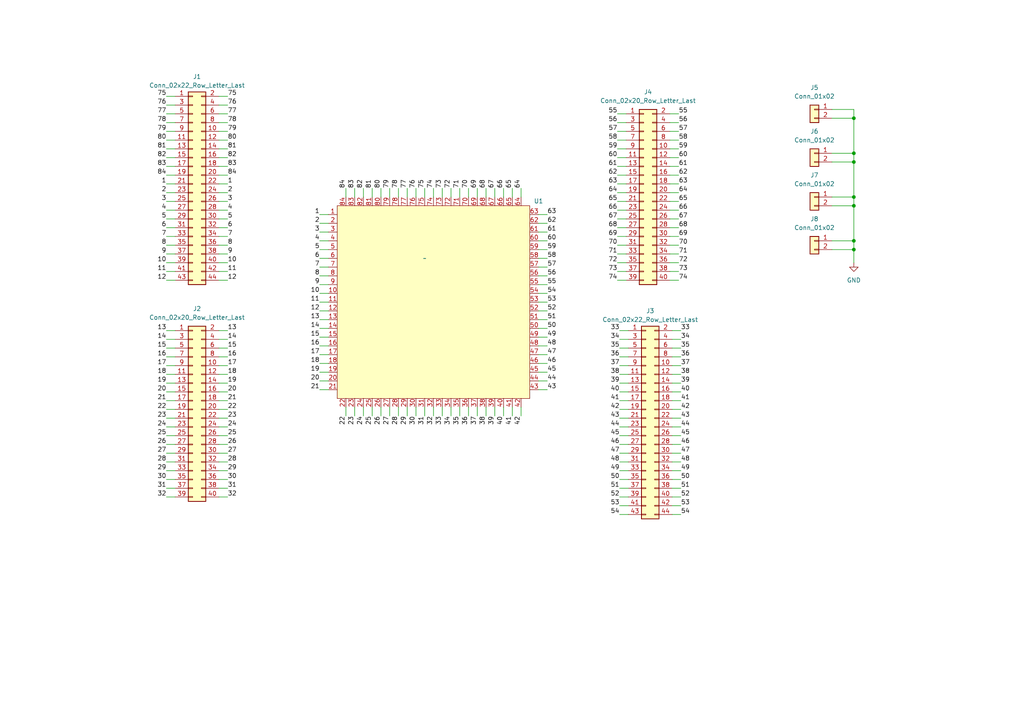
<source format=kicad_sch>
(kicad_sch (version 20230121) (generator eeschema)
  (paper "A4")
  (lib_symbols
    (symbol "Connector_Generic:Conn_01x02" (pin_names (offset 1.016) hide)
      (property "Reference" "J" (at 0 2.54 0))
      (property "Value" "Conn_01x02" (at 0 -5.08 0))
      (symbol "Conn_01x02_1_1"
        (rectangle (start -1.27 -2.413) (end 0 -2.667) (stroke (width 0.1524)))
        (rectangle (start -1.27 0.127) (end 0 -0.127) (stroke (width 0.1524)))
        (rectangle (start -1.27 1.27) (end 1.27 -3.81) (stroke (width 0.254)) (fill (type background)))
        (pin passive line (at -5.08 0 0) (length 3.81) (name "Pin_1") (number "1"))
        (pin passive line (at -5.08 -2.54 0) (length 3.81) (name "Pin_2") (number "2"))
      )
    )
    (symbol "Connector_Generic:Conn_02x20_Odd_Even" (pin_names (offset 1.016) hide)
      (property "Reference" "J" (at 1.27 25.4 0))
      (property "Value" "Conn_02x20_Odd_Even" (at 1.27 -27.94 0))
      (symbol "Conn_02x20_Odd_Even_1_1"
        (rectangle (start -1.27 -25.273) (end 0 -25.527) (stroke (width 0.1524)))
        (rectangle (start -1.27 -22.733) (end 0 -22.987) (stroke (width 0.1524)))
        (rectangle (start -1.27 -20.193) (end 0 -20.447) (stroke (width 0.1524)))
        (rectangle (start -1.27 -17.653) (end 0 -17.907) (stroke (width 0.1524)))
        (rectangle (start -1.27 -15.113) (end 0 -15.367) (stroke (width 0.1524)))
        (rectangle (start -1.27 -12.573) (end 0 -12.827) (stroke (width 0.1524)))
        (rectangle (start -1.27 -10.033) (end 0 -10.287) (stroke (width 0.1524)))
        (rectangle (start -1.27 -7.493) (end 0 -7.747) (stroke (width 0.1524)))
        (rectangle (start -1.27 -4.953) (end 0 -5.207) (stroke (width 0.1524)))
        (rectangle (start -1.27 -2.413) (end 0 -2.667) (stroke (width 0.1524)))
        (rectangle (start -1.27 0.127) (end 0 -0.127) (stroke (width 0.1524)))
        (rectangle (start -1.27 2.667) (end 0 2.413) (stroke (width 0.1524)))
        (rectangle (start -1.27 5.207) (end 0 4.953) (stroke (width 0.1524)))
        (rectangle (start -1.27 7.747) (end 0 7.493) (stroke (width 0.1524)))
        (rectangle (start -1.27 10.287) (end 0 10.033) (stroke (width 0.1524)))
        (rectangle (start -1.27 12.827) (end 0 12.573) (stroke (width 0.1524)))
        (rectangle (start -1.27 15.367) (end 0 15.113) (stroke (width 0.1524)))
        (rectangle (start -1.27 17.907) (end 0 17.653) (stroke (width 0.1524)))
        (rectangle (start -1.27 20.447) (end 0 20.193) (stroke (width 0.1524)))
        (rectangle (start -1.27 22.987) (end 0 22.733) (stroke (width 0.1524)))
        (rectangle (start -1.27 24.13) (end 3.81 -26.67) (stroke (width 0.254)) (fill (type background)))
        (rectangle (start 3.81 -25.273) (end 2.54 -25.527) (stroke (width 0.1524)))
        (rectangle (start 3.81 -22.733) (end 2.54 -22.987) (stroke (width 0.1524)))
        (rectangle (start 3.81 -20.193) (end 2.54 -20.447) (stroke (width 0.1524)))
        (rectangle (start 3.81 -17.653) (end 2.54 -17.907) (stroke (width 0.1524)))
        (rectangle (start 3.81 -15.113) (end 2.54 -15.367) (stroke (width 0.1524)))
        (rectangle (start 3.81 -12.573) (end 2.54 -12.827) (stroke (width 0.1524)))
        (rectangle (start 3.81 -10.033) (end 2.54 -10.287) (stroke (width 0.1524)))
        (rectangle (start 3.81 -7.493) (end 2.54 -7.747) (stroke (width 0.1524)))
        (rectangle (start 3.81 -4.953) (end 2.54 -5.207) (stroke (width 0.1524)))
        (rectangle (start 3.81 -2.413) (end 2.54 -2.667) (stroke (width 0.1524)))
        (rectangle (start 3.81 0.127) (end 2.54 -0.127) (stroke (width 0.1524)))
        (rectangle (start 3.81 2.667) (end 2.54 2.413) (stroke (width 0.1524)))
        (rectangle (start 3.81 5.207) (end 2.54 4.953) (stroke (width 0.1524)))
        (rectangle (start 3.81 7.747) (end 2.54 7.493) (stroke (width 0.1524)))
        (rectangle (start 3.81 10.287) (end 2.54 10.033) (stroke (width 0.1524)))
        (rectangle (start 3.81 12.827) (end 2.54 12.573) (stroke (width 0.1524)))
        (rectangle (start 3.81 15.367) (end 2.54 15.113) (stroke (width 0.1524)))
        (rectangle (start 3.81 17.907) (end 2.54 17.653) (stroke (width 0.1524)))
        (rectangle (start 3.81 20.447) (end 2.54 20.193) (stroke (width 0.1524)))
        (rectangle (start 3.81 22.987) (end 2.54 22.733) (stroke (width 0.1524)))
        (pin passive line (at -5.08 22.86 0) (length 3.81) (name "Pin_1") (number "1"))
        (pin passive line (at 7.62 12.7 180) (length 3.81) (name "Pin_10") (number "10"))
        (pin passive line (at -5.08 10.16 0) (length 3.81) (name "Pin_11") (number "11"))
        (pin passive line (at 7.62 10.16 180) (length 3.81) (name "Pin_12") (number "12"))
        (pin passive line (at -5.08 7.62 0) (length 3.81) (name "Pin_13") (number "13"))
        (pin passive line (at 7.62 7.62 180) (length 3.81) (name "Pin_14") (number "14"))
        (pin passive line (at -5.08 5.08 0) (length 3.81) (name "Pin_15") (number "15"))
        (pin passive line (at 7.62 5.08 180) (length 3.81) (name "Pin_16") (number "16"))
        (pin passive line (at -5.08 2.54 0) (length 3.81) (name "Pin_17") (number "17"))
        (pin passive line (at 7.62 2.54 180) (length 3.81) (name "Pin_18") (number "18"))
        (pin passive line (at -5.08 0 0) (length 3.81) (name "Pin_19") (number "19"))
        (pin passive line (at 7.62 22.86 180) (length 3.81) (name "Pin_2") (number "2"))
        (pin passive line (at 7.62 0 180) (length 3.81) (name "Pin_20") (number "20"))
        (pin passive line (at -5.08 -2.54 0) (length 3.81) (name "Pin_21") (number "21"))
        (pin passive line (at 7.62 -2.54 180) (length 3.81) (name "Pin_22") (number "22"))
        (pin passive line (at -5.08 -5.08 0) (length 3.81) (name "Pin_23") (number "23"))
        (pin passive line (at 7.62 -5.08 180) (length 3.81) (name "Pin_24") (number "24"))
        (pin passive line (at -5.08 -7.62 0) (length 3.81) (name "Pin_25") (number "25"))
        (pin passive line (at 7.62 -7.62 180) (length 3.81) (name "Pin_26") (number "26"))
        (pin passive line (at -5.08 -10.16 0) (length 3.81) (name "Pin_27") (number "27"))
        (pin passive line (at 7.62 -10.16 180) (length 3.81) (name "Pin_28") (number "28"))
        (pin passive line (at -5.08 -12.7 0) (length 3.81) (name "Pin_29") (number "29"))
        (pin passive line (at -5.08 20.32 0) (length 3.81) (name "Pin_3") (number "3"))
        (pin passive line (at 7.62 -12.7 180) (length 3.81) (name "Pin_30") (number "30"))
        (pin passive line (at -5.08 -15.24 0) (length 3.81) (name "Pin_31") (number "31"))
        (pin passive line (at 7.62 -15.24 180) (length 3.81) (name "Pin_32") (number "32"))
        (pin passive line (at -5.08 -17.78 0) (length 3.81) (name "Pin_33") (number "33"))
        (pin passive line (at 7.62 -17.78 180) (length 3.81) (name "Pin_34") (number "34"))
        (pin passive line (at -5.08 -20.32 0) (length 3.81) (name "Pin_35") (number "35"))
        (pin passive line (at 7.62 -20.32 180) (length 3.81) (name "Pin_36") (number "36"))
        (pin passive line (at -5.08 -22.86 0) (length 3.81) (name "Pin_37") (number "37"))
        (pin passive line (at 7.62 -22.86 180) (length 3.81) (name "Pin_38") (number "38"))
        (pin passive line (at -5.08 -25.4 0) (length 3.81) (name "Pin_39") (number "39"))
        (pin passive line (at 7.62 20.32 180) (length 3.81) (name "Pin_4") (number "4"))
        (pin passive line (at 7.62 -25.4 180) (length 3.81) (name "Pin_40") (number "40"))
        (pin passive line (at -5.08 17.78 0) (length 3.81) (name "Pin_5") (number "5"))
        (pin passive line (at 7.62 17.78 180) (length 3.81) (name "Pin_6") (number "6"))
        (pin passive line (at -5.08 15.24 0) (length 3.81) (name "Pin_7") (number "7"))
        (pin passive line (at 7.62 15.24 180) (length 3.81) (name "Pin_8") (number "8"))
        (pin passive line (at -5.08 12.7 0) (length 3.81) (name "Pin_9") (number "9"))
      )
    )
    (symbol "Connector_Generic:Conn_02x22_Odd_Even" (pin_names (offset 1.016) hide)
      (property "Reference" "J" (at 1.27 27.94 0))
      (property "Value" "Conn_02x22_Odd_Even" (at 1.27 -30.48 0))
      (symbol "Conn_02x22_Odd_Even_1_1"
        (rectangle (start -1.27 -27.813) (end 0 -28.067) (stroke (width 0.1524)))
        (rectangle (start -1.27 -25.273) (end 0 -25.527) (stroke (width 0.1524)))
        (rectangle (start -1.27 -22.733) (end 0 -22.987) (stroke (width 0.1524)))
        (rectangle (start -1.27 -20.193) (end 0 -20.447) (stroke (width 0.1524)))
        (rectangle (start -1.27 -17.653) (end 0 -17.907) (stroke (width 0.1524)))
        (rectangle (start -1.27 -15.113) (end 0 -15.367) (stroke (width 0.1524)))
        (rectangle (start -1.27 -12.573) (end 0 -12.827) (stroke (width 0.1524)))
        (rectangle (start -1.27 -10.033) (end 0 -10.287) (stroke (width 0.1524)))
        (rectangle (start -1.27 -7.493) (end 0 -7.747) (stroke (width 0.1524)))
        (rectangle (start -1.27 -4.953) (end 0 -5.207) (stroke (width 0.1524)))
        (rectangle (start -1.27 -2.413) (end 0 -2.667) (stroke (width 0.1524)))
        (rectangle (start -1.27 0.127) (end 0 -0.127) (stroke (width 0.1524)))
        (rectangle (start -1.27 2.667) (end 0 2.413) (stroke (width 0.1524)))
        (rectangle (start -1.27 5.207) (end 0 4.953) (stroke (width 0.1524)))
        (rectangle (start -1.27 7.747) (end 0 7.493) (stroke (width 0.1524)))
        (rectangle (start -1.27 10.287) (end 0 10.033) (stroke (width 0.1524)))
        (rectangle (start -1.27 12.827) (end 0 12.573) (stroke (width 0.1524)))
        (rectangle (start -1.27 15.367) (end 0 15.113) (stroke (width 0.1524)))
        (rectangle (start -1.27 17.907) (end 0 17.653) (stroke (width 0.1524)))
        (rectangle (start -1.27 20.447) (end 0 20.193) (stroke (width 0.1524)))
        (rectangle (start -1.27 22.987) (end 0 22.733) (stroke (width 0.1524)))
        (rectangle (start -1.27 25.527) (end 0 25.273) (stroke (width 0.1524)))
        (rectangle (start -1.27 26.67) (end 3.81 -29.21) (stroke (width 0.254)) (fill (type background)))
        (rectangle (start 3.81 -27.813) (end 2.54 -28.067) (stroke (width 0.1524)))
        (rectangle (start 3.81 -25.273) (end 2.54 -25.527) (stroke (width 0.1524)))
        (rectangle (start 3.81 -22.733) (end 2.54 -22.987) (stroke (width 0.1524)))
        (rectangle (start 3.81 -20.193) (end 2.54 -20.447) (stroke (width 0.1524)))
        (rectangle (start 3.81 -17.653) (end 2.54 -17.907) (stroke (width 0.1524)))
        (rectangle (start 3.81 -15.113) (end 2.54 -15.367) (stroke (width 0.1524)))
        (rectangle (start 3.81 -12.573) (end 2.54 -12.827) (stroke (width 0.1524)))
        (rectangle (start 3.81 -10.033) (end 2.54 -10.287) (stroke (width 0.1524)))
        (rectangle (start 3.81 -7.493) (end 2.54 -7.747) (stroke (width 0.1524)))
        (rectangle (start 3.81 -4.953) (end 2.54 -5.207) (stroke (width 0.1524)))
        (rectangle (start 3.81 -2.413) (end 2.54 -2.667) (stroke (width 0.1524)))
        (rectangle (start 3.81 0.127) (end 2.54 -0.127) (stroke (width 0.1524)))
        (rectangle (start 3.81 2.667) (end 2.54 2.413) (stroke (width 0.1524)))
        (rectangle (start 3.81 5.207) (end 2.54 4.953) (stroke (width 0.1524)))
        (rectangle (start 3.81 7.747) (end 2.54 7.493) (stroke (width 0.1524)))
        (rectangle (start 3.81 10.287) (end 2.54 10.033) (stroke (width 0.1524)))
        (rectangle (start 3.81 12.827) (end 2.54 12.573) (stroke (width 0.1524)))
        (rectangle (start 3.81 15.367) (end 2.54 15.113) (stroke (width 0.1524)))
        (rectangle (start 3.81 17.907) (end 2.54 17.653) (stroke (width 0.1524)))
        (rectangle (start 3.81 20.447) (end 2.54 20.193) (stroke (width 0.1524)))
        (rectangle (start 3.81 22.987) (end 2.54 22.733) (stroke (width 0.1524)))
        (rectangle (start 3.81 25.527) (end 2.54 25.273) (stroke (width 0.1524)))
        (pin passive line (at -5.08 25.4 0) (length 3.81) (name "Pin_1") (number "1"))
        (pin passive line (at 7.62 15.24 180) (length 3.81) (name "Pin_10") (number "10"))
        (pin passive line (at -5.08 12.7 0) (length 3.81) (name "Pin_11") (number "11"))
        (pin passive line (at 7.62 12.7 180) (length 3.81) (name "Pin_12") (number "12"))
        (pin passive line (at -5.08 10.16 0) (length 3.81) (name "Pin_13") (number "13"))
        (pin passive line (at 7.62 10.16 180) (length 3.81) (name "Pin_14") (number "14"))
        (pin passive line (at -5.08 7.62 0) (length 3.81) (name "Pin_15") (number "15"))
        (pin passive line (at 7.62 7.62 180) (length 3.81) (name "Pin_16") (number "16"))
        (pin passive line (at -5.08 5.08 0) (length 3.81) (name "Pin_17") (number "17"))
        (pin passive line (at 7.62 5.08 180) (length 3.81) (name "Pin_18") (number "18"))
        (pin passive line (at -5.08 2.54 0) (length 3.81) (name "Pin_19") (number "19"))
        (pin passive line (at 7.62 25.4 180) (length 3.81) (name "Pin_2") (number "2"))
        (pin passive line (at 7.62 2.54 180) (length 3.81) (name "Pin_20") (number "20"))
        (pin passive line (at -5.08 0 0) (length 3.81) (name "Pin_21") (number "21"))
        (pin passive line (at 7.62 0 180) (length 3.81) (name "Pin_22") (number "22"))
        (pin passive line (at -5.08 -2.54 0) (length 3.81) (name "Pin_23") (number "23"))
        (pin passive line (at 7.62 -2.54 180) (length 3.81) (name "Pin_24") (number "24"))
        (pin passive line (at -5.08 -5.08 0) (length 3.81) (name "Pin_25") (number "25"))
        (pin passive line (at 7.62 -5.08 180) (length 3.81) (name "Pin_26") (number "26"))
        (pin passive line (at -5.08 -7.62 0) (length 3.81) (name "Pin_27") (number "27"))
        (pin passive line (at 7.62 -7.62 180) (length 3.81) (name "Pin_28") (number "28"))
        (pin passive line (at -5.08 -10.16 0) (length 3.81) (name "Pin_29") (number "29"))
        (pin passive line (at -5.08 22.86 0) (length 3.81) (name "Pin_3") (number "3"))
        (pin passive line (at 7.62 -10.16 180) (length 3.81) (name "Pin_30") (number "30"))
        (pin passive line (at -5.08 -12.7 0) (length 3.81) (name "Pin_31") (number "31"))
        (pin passive line (at 7.62 -12.7 180) (length 3.81) (name "Pin_32") (number "32"))
        (pin passive line (at -5.08 -15.24 0) (length 3.81) (name "Pin_33") (number "33"))
        (pin passive line (at 7.62 -15.24 180) (length 3.81) (name "Pin_34") (number "34"))
        (pin passive line (at -5.08 -17.78 0) (length 3.81) (name "Pin_35") (number "35"))
        (pin passive line (at 7.62 -17.78 180) (length 3.81) (name "Pin_36") (number "36"))
        (pin passive line (at -5.08 -20.32 0) (length 3.81) (name "Pin_37") (number "37"))
        (pin passive line (at 7.62 -20.32 180) (length 3.81) (name "Pin_38") (number "38"))
        (pin passive line (at -5.08 -22.86 0) (length 3.81) (name "Pin_39") (number "39"))
        (pin passive line (at 7.62 22.86 180) (length 3.81) (name "Pin_4") (number "4"))
        (pin passive line (at 7.62 -22.86 180) (length 3.81) (name "Pin_40") (number "40"))
        (pin passive line (at -5.08 -25.4 0) (length 3.81) (name "Pin_41") (number "41"))
        (pin passive line (at 7.62 -25.4 180) (length 3.81) (name "Pin_42") (number "42"))
        (pin passive line (at -5.08 -27.94 0) (length 3.81) (name "Pin_43") (number "43"))
        (pin passive line (at 7.62 -27.94 180) (length 3.81) (name "Pin_44") (number "44"))
        (pin passive line (at -5.08 20.32 0) (length 3.81) (name "Pin_5") (number "5"))
        (pin passive line (at 7.62 20.32 180) (length 3.81) (name "Pin_6") (number "6"))
        (pin passive line (at -5.08 17.78 0) (length 3.81) (name "Pin_7") (number "7"))
        (pin passive line (at 7.62 17.78 180) (length 3.81) (name "Pin_8") (number "8"))
        (pin passive line (at -5.08 15.24 0) (length 3.81) (name "Pin_9") (number "9"))
      )
    )
    (symbol "MyLibrary2023:Generic_84_Pins" (pin_names hide)
      (property "Reference" "U" (at 3.81 -13.97 0))
      (symbol "Generic_84_Pins_1_1"
        (rectangle (start -25.4 15.24) (end 30.48 -40.64) (fill (type background)))
        (pin bidirectional line (at -27.94 12.7 0) (length 2.54) (name "1") (number "1"))
        (pin bidirectional line (at -27.94 -10.16 0) (length 2.54) (name "10") (number "10"))
        (pin bidirectional line (at -27.94 -12.7 0) (length 2.54) (name "11") (number "11"))
        (pin bidirectional line (at -27.94 -15.24 0) (length 2.54) (name "12") (number "12"))
        (pin bidirectional line (at -27.94 -17.78 0) (length 2.54) (name "13") (number "13"))
        (pin bidirectional line (at -27.94 -20.32 0) (length 2.54) (name "14") (number "14"))
        (pin bidirectional line (at -27.94 -22.86 0) (length 2.54) (name "15") (number "15"))
        (pin bidirectional line (at -27.94 -25.4 0) (length 2.54) (name "16") (number "16"))
        (pin bidirectional line (at -27.94 -27.94 0) (length 2.54) (name "17") (number "17"))
        (pin bidirectional line (at -27.94 -30.48 0) (length 2.54) (name "18") (number "18"))
        (pin bidirectional line (at -27.94 -33.02 0) (length 2.54) (name "19") (number "19"))
        (pin bidirectional line (at -27.94 10.16 0) (length 2.54) (name "2") (number "2"))
        (pin bidirectional line (at -27.94 -35.56 0) (length 2.54) (name "20") (number "20"))
        (pin bidirectional line (at -27.94 -38.1 0) (length 2.54) (name "21") (number "21"))
        (pin bidirectional line (at -22.86 -43.18 90) (length 2.54) (name "22") (number "22"))
        (pin bidirectional line (at -20.32 -43.18 90) (length 2.54) (name "23") (number "23"))
        (pin bidirectional line (at -17.78 -43.18 90) (length 2.54) (name "24") (number "24"))
        (pin bidirectional line (at -15.24 -43.18 90) (length 2.54) (name "25") (number "25"))
        (pin bidirectional line (at -12.7 -43.18 90) (length 2.54) (name "26") (number "26"))
        (pin bidirectional line (at -10.16 -43.18 90) (length 2.54) (name "27") (number "27"))
        (pin bidirectional line (at -7.62 -43.18 90) (length 2.54) (name "28") (number "28"))
        (pin bidirectional line (at -5.08 -43.18 90) (length 2.54) (name "29") (number "29"))
        (pin bidirectional line (at -27.94 7.62 0) (length 2.54) (name "3") (number "3"))
        (pin bidirectional line (at -2.54 -43.18 90) (length 2.54) (name "30") (number "30"))
        (pin bidirectional line (at 0 -43.18 90) (length 2.54) (name "31") (number "31"))
        (pin bidirectional line (at 2.54 -43.18 90) (length 2.54) (name "32") (number "32"))
        (pin bidirectional line (at 5.08 -43.18 90) (length 2.54) (name "33") (number "33"))
        (pin bidirectional line (at 7.62 -43.18 90) (length 2.54) (name "34") (number "34"))
        (pin bidirectional line (at 10.16 -43.18 90) (length 2.54) (name "35") (number "35"))
        (pin bidirectional line (at 12.7 -43.18 90) (length 2.54) (name "36") (number "36"))
        (pin bidirectional line (at 15.24 -43.18 90) (length 2.54) (name "37") (number "37"))
        (pin bidirectional line (at 17.78 -43.18 90) (length 2.54) (name "38") (number "38"))
        (pin bidirectional line (at 20.32 -43.18 90) (length 2.54) (name "39") (number "39"))
        (pin bidirectional line (at -27.94 5.08 0) (length 2.54) (name "4") (number "4"))
        (pin bidirectional line (at 22.86 -43.18 90) (length 2.54) (name "40") (number "40"))
        (pin bidirectional line (at 25.4 -43.18 90) (length 2.54) (name "41") (number "41"))
        (pin bidirectional line (at 27.94 -43.18 90) (length 2.54) (name "42") (number "42"))
        (pin bidirectional line (at 33.02 -38.1 180) (length 2.54) (name "43") (number "43"))
        (pin bidirectional line (at 33.02 -35.56 180) (length 2.54) (name "44") (number "44"))
        (pin bidirectional line (at 33.02 -33.02 180) (length 2.54) (name "45") (number "45"))
        (pin bidirectional line (at 33.02 -30.48 180) (length 2.54) (name "46") (number "46"))
        (pin bidirectional line (at 33.02 -27.94 180) (length 2.54) (name "47") (number "47"))
        (pin bidirectional line (at 33.02 -25.4 180) (length 2.54) (name "48") (number "48"))
        (pin bidirectional line (at 33.02 -22.86 180) (length 2.54) (name "49") (number "49"))
        (pin bidirectional line (at -27.94 2.54 0) (length 2.54) (name "5") (number "5"))
        (pin bidirectional line (at 33.02 -20.32 180) (length 2.54) (name "50") (number "50"))
        (pin bidirectional line (at 33.02 -17.78 180) (length 2.54) (name "51") (number "51"))
        (pin bidirectional line (at 33.02 -15.24 180) (length 2.54) (name "52") (number "52"))
        (pin bidirectional line (at 33.02 -12.7 180) (length 2.54) (name "53") (number "53"))
        (pin bidirectional line (at 33.02 -10.16 180) (length 2.54) (name "54") (number "54"))
        (pin bidirectional line (at 33.02 -7.62 180) (length 2.54) (name "55") (number "55"))
        (pin bidirectional line (at 33.02 -5.08 180) (length 2.54) (name "56") (number "56"))
        (pin bidirectional line (at 33.02 -2.54 180) (length 2.54) (name "57") (number "57"))
        (pin bidirectional line (at 33.02 0 180) (length 2.54) (name "58") (number "58"))
        (pin bidirectional line (at 33.02 2.54 180) (length 2.54) (name "59") (number "59"))
        (pin bidirectional line (at -27.94 0 0) (length 2.54) (name "6") (number "6"))
        (pin bidirectional line (at 33.02 5.08 180) (length 2.54) (name "60") (number "60"))
        (pin bidirectional line (at 33.02 7.62 180) (length 2.54) (name "61") (number "61"))
        (pin bidirectional line (at 33.02 10.16 180) (length 2.54) (name "62") (number "62"))
        (pin bidirectional line (at 33.02 12.7 180) (length 2.54) (name "63") (number "63"))
        (pin bidirectional line (at 27.94 17.78 270) (length 2.54) (name "64") (number "64"))
        (pin bidirectional line (at 25.4 17.78 270) (length 2.54) (name "65") (number "65"))
        (pin bidirectional line (at 22.86 17.78 270) (length 2.54) (name "66") (number "66"))
        (pin bidirectional line (at 20.32 17.78 270) (length 2.54) (name "67") (number "67"))
        (pin bidirectional line (at 17.78 17.78 270) (length 2.54) (name "68") (number "68"))
        (pin bidirectional line (at 15.24 17.78 270) (length 2.54) (name "69") (number "69"))
        (pin bidirectional line (at -27.94 -2.54 0) (length 2.54) (name "7") (number "7"))
        (pin bidirectional line (at 12.7 17.78 270) (length 2.54) (name "70") (number "70"))
        (pin bidirectional line (at 10.16 17.78 270) (length 2.54) (name "71") (number "71"))
        (pin bidirectional line (at 7.62 17.78 270) (length 2.54) (name "72") (number "72"))
        (pin bidirectional line (at 5.08 17.78 270) (length 2.54) (name "73") (number "73"))
        (pin bidirectional line (at 2.54 17.78 270) (length 2.54) (name "74") (number "74"))
        (pin bidirectional line (at 0 17.78 270) (length 2.54) (name "75") (number "75"))
        (pin bidirectional line (at -2.54 17.78 270) (length 2.54) (name "76") (number "76"))
        (pin bidirectional line (at -5.08 17.78 270) (length 2.54) (name "77") (number "77"))
        (pin bidirectional line (at -7.62 17.78 270) (length 2.54) (name "78") (number "78"))
        (pin bidirectional line (at -10.16 17.78 270) (length 2.54) (name "79") (number "79"))
        (pin bidirectional line (at -27.94 -5.08 0) (length 2.54) (name "8") (number "8"))
        (pin bidirectional line (at -12.7 17.78 270) (length 2.54) (name "80") (number "80"))
        (pin bidirectional line (at -15.24 17.78 270) (length 2.54) (name "81") (number "81"))
        (pin bidirectional line (at -17.78 17.78 270) (length 2.54) (name "82") (number "82"))
        (pin bidirectional line (at -20.32 17.78 270) (length 2.54) (name "83") (number "83"))
        (pin bidirectional line (at -22.86 17.78 270) (length 2.54) (name "84") (number "84"))
        (pin bidirectional line (at -27.94 -7.62 0) (length 2.54) (name "9") (number "9"))
      )
    )
    (symbol "power:GND" (power) (pin_names (offset 0))
      (property "Value" "GND" (at 0 -3.81 0))
      (symbol "GND_0_1"
        (polyline (pts (xy 0 0) (xy 0 -1.27) (xy 1.27 -1.27) (xy 0 -2.54) (xy -1.27 -1.27) (xy 0 -1.27)))
      )
      (symbol "GND_1_1"
        (pin power_in line (at 0 0 270) (length 0) hide (name "GND") (number "1"))
      )
    )
  )
  (junction (at 247.65 69.85))
  (junction (at 247.65 57.15))
  (junction (at 247.65 59.69))
  (junction (at 247.65 46.99))
  (junction (at 247.65 72.39))
  (junction (at 247.65 44.45))
  (junction (at 247.65 34.29))
  (wire (pts (xy 179.705 103.505) (xy 182.245 103.505)))
  (wire (pts (xy 48.26 53.34) (xy 50.8 53.34)))
  (wire (pts (xy 156.21 107.95) (xy 158.75 107.95)))
  (wire (pts (xy 48.26 123.825) (xy 50.8 123.825)))
  (wire (pts (xy 179.07 73.66) (xy 181.61 73.66)))
  (wire (pts (xy 48.26 55.88) (xy 50.8 55.88)))
  (wire (pts (xy 194.945 126.365) (xy 197.485 126.365)))
  (wire (pts (xy 63.5 58.42) (xy 66.04 58.42)))
  (wire (pts (xy 130.81 54.61) (xy 130.81 57.15)))
  (wire (pts (xy 194.31 71.12) (xy 196.85 71.12)))
  (wire (pts (xy 179.07 63.5) (xy 181.61 63.5)))
  (wire (pts (xy 92.71 80.01) (xy 95.25 80.01)))
  (wire (pts (xy 92.71 67.31) (xy 95.25 67.31)))
  (wire (pts (xy 92.71 69.85) (xy 95.25 69.85)))
  (wire (pts (xy 63.5 53.34) (xy 66.04 53.34)))
  (wire (pts (xy 48.26 118.745) (xy 50.8 118.745)))
  (wire (pts (xy 63.5 50.8) (xy 66.04 50.8)))
  (wire (pts (xy 146.05 118.11) (xy 146.05 120.65)))
  (wire (pts (xy 156.21 105.41) (xy 158.75 105.41)))
  (wire (pts (xy 133.35 54.61) (xy 133.35 57.15)))
  (wire (pts (xy 63.5 113.665) (xy 66.04 113.665)))
  (wire (pts (xy 179.07 58.42) (xy 181.61 58.42)))
  (wire (pts (xy 110.49 118.11) (xy 110.49 120.65)))
  (wire (pts (xy 63.5 108.585) (xy 66.04 108.585)))
  (wire (pts (xy 92.71 72.39) (xy 95.25 72.39)))
  (wire (pts (xy 92.71 92.71) (xy 95.25 92.71)))
  (wire (pts (xy 179.07 40.64) (xy 181.61 40.64)))
  (wire (pts (xy 48.26 40.64) (xy 50.8 40.64)))
  (wire (pts (xy 92.71 107.95) (xy 95.25 107.95)))
  (wire (pts (xy 156.21 87.63) (xy 158.75 87.63)))
  (wire (pts (xy 247.65 69.85) (xy 247.65 72.39)))
  (wire (pts (xy 140.97 54.61) (xy 140.97 57.15)))
  (wire (pts (xy 194.945 103.505) (xy 197.485 103.505)))
  (wire (pts (xy 63.5 55.88) (xy 66.04 55.88)))
  (wire (pts (xy 113.03 54.61) (xy 113.03 57.15)))
  (wire (pts (xy 194.31 45.72) (xy 196.85 45.72)))
  (wire (pts (xy 194.31 68.58) (xy 196.85 68.58)))
  (wire (pts (xy 194.945 146.685) (xy 197.485 146.685)))
  (wire (pts (xy 92.71 97.79) (xy 95.25 97.79)))
  (wire (pts (xy 179.07 53.34) (xy 181.61 53.34)))
  (wire (pts (xy 156.21 80.01) (xy 158.75 80.01)))
  (wire (pts (xy 179.705 121.285) (xy 182.245 121.285)))
  (wire (pts (xy 92.71 113.03) (xy 95.25 113.03)))
  (wire (pts (xy 194.945 141.605) (xy 197.485 141.605)))
  (wire (pts (xy 48.26 73.66) (xy 50.8 73.66)))
  (wire (pts (xy 128.27 118.11) (xy 128.27 120.65)))
  (wire (pts (xy 194.945 123.825) (xy 197.485 123.825)))
  (wire (pts (xy 48.26 68.58) (xy 50.8 68.58)))
  (wire (pts (xy 194.945 144.145) (xy 197.485 144.145)))
  (wire (pts (xy 148.59 118.11) (xy 148.59 120.65)))
  (wire (pts (xy 48.26 71.12) (xy 50.8 71.12)))
  (wire (pts (xy 241.3 57.15) (xy 247.65 57.15)))
  (wire (pts (xy 179.705 131.445) (xy 182.245 131.445)))
  (wire (pts (xy 148.59 54.61) (xy 148.59 57.15)))
  (wire (pts (xy 247.65 46.99) (xy 247.65 57.15)))
  (wire (pts (xy 63.5 133.985) (xy 66.04 133.985)))
  (wire (pts (xy 48.26 144.145) (xy 50.8 144.145)))
  (wire (pts (xy 133.35 118.11) (xy 133.35 120.65)))
  (wire (pts (xy 48.26 111.125) (xy 50.8 111.125)))
  (wire (pts (xy 48.26 108.585) (xy 50.8 108.585)))
  (wire (pts (xy 156.21 102.87) (xy 158.75 102.87)))
  (wire (pts (xy 48.26 139.065) (xy 50.8 139.065)))
  (wire (pts (xy 156.21 95.25) (xy 158.75 95.25)))
  (wire (pts (xy 179.07 43.18) (xy 181.61 43.18)))
  (wire (pts (xy 143.51 54.61) (xy 143.51 57.15)))
  (wire (pts (xy 179.07 71.12) (xy 181.61 71.12)))
  (wire (pts (xy 194.945 113.665) (xy 197.485 113.665)))
  (wire (pts (xy 63.5 106.045) (xy 66.04 106.045)))
  (wire (pts (xy 241.3 44.45) (xy 247.65 44.45)))
  (wire (pts (xy 48.26 113.665) (xy 50.8 113.665)))
  (wire (pts (xy 241.3 31.75) (xy 247.65 31.75)))
  (wire (pts (xy 48.26 133.985) (xy 50.8 133.985)))
  (wire (pts (xy 63.5 126.365) (xy 66.04 126.365)))
  (wire (pts (xy 156.21 85.09) (xy 158.75 85.09)))
  (wire (pts (xy 48.26 33.02) (xy 50.8 33.02)))
  (wire (pts (xy 194.31 38.1) (xy 196.85 38.1)))
  (wire (pts (xy 179.705 128.905) (xy 182.245 128.905)))
  (wire (pts (xy 179.07 66.04) (xy 181.61 66.04)))
  (wire (pts (xy 63.5 60.96) (xy 66.04 60.96)))
  (wire (pts (xy 135.89 54.61) (xy 135.89 57.15)))
  (wire (pts (xy 48.26 131.445) (xy 50.8 131.445)))
  (wire (pts (xy 179.07 50.8) (xy 181.61 50.8)))
  (wire (pts (xy 179.07 76.2) (xy 181.61 76.2)))
  (wire (pts (xy 194.31 78.74) (xy 196.85 78.74)))
  (wire (pts (xy 247.65 59.69) (xy 247.65 69.85)))
  (wire (pts (xy 194.945 131.445) (xy 197.485 131.445)))
  (wire (pts (xy 179.07 55.88) (xy 181.61 55.88)))
  (wire (pts (xy 107.95 54.61) (xy 107.95 57.15)))
  (wire (pts (xy 63.5 30.48) (xy 66.04 30.48)))
  (wire (pts (xy 123.19 54.61) (xy 123.19 57.15)))
  (wire (pts (xy 194.31 66.04) (xy 196.85 66.04)))
  (wire (pts (xy 156.21 90.17) (xy 158.75 90.17)))
  (wire (pts (xy 179.705 100.965) (xy 182.245 100.965)))
  (wire (pts (xy 130.81 118.11) (xy 130.81 120.65)))
  (wire (pts (xy 194.31 40.64) (xy 196.85 40.64)))
  (wire (pts (xy 179.705 136.525) (xy 182.245 136.525)))
  (wire (pts (xy 63.5 103.505) (xy 66.04 103.505)))
  (wire (pts (xy 194.31 35.56) (xy 196.85 35.56)))
  (wire (pts (xy 194.945 100.965) (xy 197.485 100.965)))
  (wire (pts (xy 135.89 118.11) (xy 135.89 120.65)))
  (wire (pts (xy 63.5 33.02) (xy 66.04 33.02)))
  (wire (pts (xy 156.21 77.47) (xy 158.75 77.47)))
  (wire (pts (xy 179.705 139.065) (xy 182.245 139.065)))
  (wire (pts (xy 194.945 133.985) (xy 197.485 133.985)))
  (wire (pts (xy 179.705 146.685) (xy 182.245 146.685)))
  (wire (pts (xy 156.21 110.49) (xy 158.75 110.49)))
  (wire (pts (xy 113.03 118.11) (xy 113.03 120.65)))
  (wire (pts (xy 156.21 64.77) (xy 158.75 64.77)))
  (wire (pts (xy 194.31 33.02) (xy 196.85 33.02)))
  (wire (pts (xy 63.5 136.525) (xy 66.04 136.525)))
  (wire (pts (xy 194.945 136.525) (xy 197.485 136.525)))
  (wire (pts (xy 179.705 111.125) (xy 182.245 111.125)))
  (wire (pts (xy 63.5 27.94) (xy 66.04 27.94)))
  (wire (pts (xy 48.26 58.42) (xy 50.8 58.42)))
  (wire (pts (xy 48.26 141.605) (xy 50.8 141.605)))
  (wire (pts (xy 194.945 118.745) (xy 197.485 118.745)))
  (wire (pts (xy 100.33 54.61) (xy 100.33 57.15)))
  (wire (pts (xy 63.5 128.905) (xy 66.04 128.905)))
  (wire (pts (xy 48.26 27.94) (xy 50.8 27.94)))
  (wire (pts (xy 48.26 43.18) (xy 50.8 43.18)))
  (wire (pts (xy 48.26 116.205) (xy 50.8 116.205)))
  (wire (pts (xy 48.26 81.28) (xy 50.8 81.28)))
  (wire (pts (xy 48.26 103.505) (xy 50.8 103.505)))
  (wire (pts (xy 179.705 141.605) (xy 182.245 141.605)))
  (wire (pts (xy 48.26 66.04) (xy 50.8 66.04)))
  (wire (pts (xy 48.26 126.365) (xy 50.8 126.365)))
  (wire (pts (xy 105.41 118.11) (xy 105.41 120.65)))
  (wire (pts (xy 118.11 54.61) (xy 118.11 57.15)))
  (wire (pts (xy 63.5 81.28) (xy 66.04 81.28)))
  (wire (pts (xy 102.87 118.11) (xy 102.87 120.65)))
  (wire (pts (xy 63.5 100.965) (xy 66.04 100.965)))
  (wire (pts (xy 179.07 48.26) (xy 181.61 48.26)))
  (wire (pts (xy 118.11 118.11) (xy 118.11 120.65)))
  (wire (pts (xy 247.65 44.45) (xy 247.65 46.99)))
  (wire (pts (xy 194.945 106.045) (xy 197.485 106.045)))
  (wire (pts (xy 179.705 126.365) (xy 182.245 126.365)))
  (wire (pts (xy 241.3 46.99) (xy 247.65 46.99)))
  (wire (pts (xy 63.5 123.825) (xy 66.04 123.825)))
  (wire (pts (xy 194.945 95.885) (xy 197.485 95.885)))
  (wire (pts (xy 48.26 95.885) (xy 50.8 95.885)))
  (wire (pts (xy 194.945 98.425) (xy 197.485 98.425)))
  (wire (pts (xy 110.49 54.61) (xy 110.49 57.15)))
  (wire (pts (xy 63.5 68.58) (xy 66.04 68.58)))
  (wire (pts (xy 48.26 35.56) (xy 50.8 35.56)))
  (wire (pts (xy 156.21 97.79) (xy 158.75 97.79)))
  (wire (pts (xy 92.71 90.17) (xy 95.25 90.17)))
  (wire (pts (xy 179.07 35.56) (xy 181.61 35.56)))
  (wire (pts (xy 179.07 45.72) (xy 181.61 45.72)))
  (wire (pts (xy 179.705 95.885) (xy 182.245 95.885)))
  (wire (pts (xy 194.945 111.125) (xy 197.485 111.125)))
  (wire (pts (xy 194.31 58.42) (xy 196.85 58.42)))
  (wire (pts (xy 63.5 116.205) (xy 66.04 116.205)))
  (wire (pts (xy 63.5 38.1) (xy 66.04 38.1)))
  (wire (pts (xy 151.13 54.61) (xy 151.13 57.15)))
  (wire (pts (xy 48.26 76.2) (xy 50.8 76.2)))
  (wire (pts (xy 247.65 34.29) (xy 247.65 44.45)))
  (wire (pts (xy 63.5 78.74) (xy 66.04 78.74)))
  (wire (pts (xy 140.97 118.11) (xy 140.97 120.65)))
  (wire (pts (xy 63.5 95.885) (xy 66.04 95.885)))
  (wire (pts (xy 92.71 85.09) (xy 95.25 85.09)))
  (wire (pts (xy 151.13 118.11) (xy 151.13 120.65)))
  (wire (pts (xy 63.5 35.56) (xy 66.04 35.56)))
  (wire (pts (xy 48.26 45.72) (xy 50.8 45.72)))
  (wire (pts (xy 48.26 63.5) (xy 50.8 63.5)))
  (wire (pts (xy 105.41 54.61) (xy 105.41 57.15)))
  (wire (pts (xy 247.65 31.75) (xy 247.65 34.29)))
  (wire (pts (xy 128.27 54.61) (xy 128.27 57.15)))
  (wire (pts (xy 92.71 100.33) (xy 95.25 100.33)))
  (wire (pts (xy 107.95 118.11) (xy 107.95 120.65)))
  (wire (pts (xy 194.31 76.2) (xy 196.85 76.2)))
  (wire (pts (xy 125.73 54.61) (xy 125.73 57.15)))
  (wire (pts (xy 194.31 50.8) (xy 196.85 50.8)))
  (wire (pts (xy 156.21 113.03) (xy 158.75 113.03)))
  (wire (pts (xy 247.65 57.15) (xy 247.65 59.69)))
  (wire (pts (xy 63.5 139.065) (xy 66.04 139.065)))
  (wire (pts (xy 194.31 60.96) (xy 196.85 60.96)))
  (wire (pts (xy 179.705 118.745) (xy 182.245 118.745)))
  (wire (pts (xy 48.26 136.525) (xy 50.8 136.525)))
  (wire (pts (xy 63.5 141.605) (xy 66.04 141.605)))
  (wire (pts (xy 63.5 66.04) (xy 66.04 66.04)))
  (wire (pts (xy 92.71 95.25) (xy 95.25 95.25)))
  (wire (pts (xy 92.71 82.55) (xy 95.25 82.55)))
  (wire (pts (xy 92.71 110.49) (xy 95.25 110.49)))
  (wire (pts (xy 194.31 73.66) (xy 196.85 73.66)))
  (wire (pts (xy 179.705 113.665) (xy 182.245 113.665)))
  (wire (pts (xy 138.43 118.11) (xy 138.43 120.65)))
  (wire (pts (xy 179.705 98.425) (xy 182.245 98.425)))
  (wire (pts (xy 241.3 59.69) (xy 247.65 59.69)))
  (wire (pts (xy 48.26 121.285) (xy 50.8 121.285)))
  (wire (pts (xy 156.21 92.71) (xy 158.75 92.71)))
  (wire (pts (xy 194.31 53.34) (xy 196.85 53.34)))
  (wire (pts (xy 179.705 123.825) (xy 182.245 123.825)))
  (wire (pts (xy 156.21 69.85) (xy 158.75 69.85)))
  (wire (pts (xy 241.3 34.29) (xy 247.65 34.29)))
  (wire (pts (xy 179.705 133.985) (xy 182.245 133.985)))
  (wire (pts (xy 63.5 98.425) (xy 66.04 98.425)))
  (wire (pts (xy 102.87 54.61) (xy 102.87 57.15)))
  (wire (pts (xy 179.07 68.58) (xy 181.61 68.58)))
  (wire (pts (xy 194.945 128.905) (xy 197.485 128.905)))
  (wire (pts (xy 241.3 72.39) (xy 247.65 72.39)))
  (wire (pts (xy 138.43 54.61) (xy 138.43 57.15)))
  (wire (pts (xy 63.5 76.2) (xy 66.04 76.2)))
  (wire (pts (xy 247.65 72.39) (xy 247.65 76.2)))
  (wire (pts (xy 48.26 98.425) (xy 50.8 98.425)))
  (wire (pts (xy 48.26 78.74) (xy 50.8 78.74)))
  (wire (pts (xy 194.31 81.28) (xy 196.85 81.28)))
  (wire (pts (xy 48.26 48.26) (xy 50.8 48.26)))
  (wire (pts (xy 179.07 78.74) (xy 181.61 78.74)))
  (wire (pts (xy 92.71 64.77) (xy 95.25 64.77)))
  (wire (pts (xy 63.5 71.12) (xy 66.04 71.12)))
  (wire (pts (xy 143.51 118.11) (xy 143.51 120.65)))
  (wire (pts (xy 194.945 149.225) (xy 197.485 149.225)))
  (wire (pts (xy 194.31 63.5) (xy 196.85 63.5)))
  (wire (pts (xy 179.705 149.225) (xy 182.245 149.225)))
  (wire (pts (xy 179.705 144.145) (xy 182.245 144.145)))
  (wire (pts (xy 194.945 116.205) (xy 197.485 116.205)))
  (wire (pts (xy 48.26 30.48) (xy 50.8 30.48)))
  (wire (pts (xy 179.07 38.1) (xy 181.61 38.1)))
  (wire (pts (xy 100.33 118.11) (xy 100.33 120.65)))
  (wire (pts (xy 92.71 62.23) (xy 95.25 62.23)))
  (wire (pts (xy 63.5 45.72) (xy 66.04 45.72)))
  (wire (pts (xy 241.3 69.85) (xy 247.65 69.85)))
  (wire (pts (xy 48.26 100.965) (xy 50.8 100.965)))
  (wire (pts (xy 194.945 139.065) (xy 197.485 139.065)))
  (wire (pts (xy 156.21 82.55) (xy 158.75 82.55)))
  (wire (pts (xy 63.5 73.66) (xy 66.04 73.66)))
  (wire (pts (xy 63.5 118.745) (xy 66.04 118.745)))
  (wire (pts (xy 120.65 118.11) (xy 120.65 120.65)))
  (wire (pts (xy 179.705 106.045) (xy 182.245 106.045)))
  (wire (pts (xy 146.05 54.61) (xy 146.05 57.15)))
  (wire (pts (xy 63.5 40.64) (xy 66.04 40.64)))
  (wire (pts (xy 48.26 50.8) (xy 50.8 50.8)))
  (wire (pts (xy 63.5 48.26) (xy 66.04 48.26)))
  (wire (pts (xy 156.21 100.33) (xy 158.75 100.33)))
  (wire (pts (xy 92.71 105.41) (xy 95.25 105.41)))
  (wire (pts (xy 63.5 131.445) (xy 66.04 131.445)))
  (wire (pts (xy 48.26 60.96) (xy 50.8 60.96)))
  (wire (pts (xy 179.07 33.02) (xy 181.61 33.02)))
  (wire (pts (xy 156.21 62.23) (xy 158.75 62.23)))
  (wire (pts (xy 125.73 118.11) (xy 125.73 120.65)))
  (wire (pts (xy 115.57 118.11) (xy 115.57 120.65)))
  (wire (pts (xy 179.07 81.28) (xy 181.61 81.28)))
  (wire (pts (xy 194.31 43.18) (xy 196.85 43.18)))
  (wire (pts (xy 194.31 55.88) (xy 196.85 55.88)))
  (wire (pts (xy 156.21 74.93) (xy 158.75 74.93)))
  (wire (pts (xy 194.31 48.26) (xy 196.85 48.26)))
  (wire (pts (xy 115.57 54.61) (xy 115.57 57.15)))
  (wire (pts (xy 48.26 38.1) (xy 50.8 38.1)))
  (wire (pts (xy 120.65 54.61) (xy 120.65 57.15)))
  (wire (pts (xy 156.21 72.39) (xy 158.75 72.39)))
  (wire (pts (xy 92.71 77.47) (xy 95.25 77.47)))
  (wire (pts (xy 63.5 121.285) (xy 66.04 121.285)))
  (wire (pts (xy 63.5 144.145) (xy 66.04 144.145)))
  (wire (pts (xy 92.71 102.87) (xy 95.25 102.87)))
  (wire (pts (xy 123.19 118.11) (xy 123.19 120.65)))
  (wire (pts (xy 92.71 87.63) (xy 95.25 87.63)))
  (wire (pts (xy 92.71 74.93) (xy 95.25 74.93)))
  (wire (pts (xy 194.945 121.285) (xy 197.485 121.285)))
  (wire (pts (xy 179.705 108.585) (xy 182.245 108.585)))
  (wire (pts (xy 179.07 60.96) (xy 181.61 60.96)))
  (wire (pts (xy 63.5 111.125) (xy 66.04 111.125)))
  (wire (pts (xy 63.5 43.18) (xy 66.04 43.18)))
  (wire (pts (xy 48.26 128.905) (xy 50.8 128.905)))
  (wire (pts (xy 179.705 116.205) (xy 182.245 116.205)))
  (wire (pts (xy 48.26 106.045) (xy 50.8 106.045)))
  (wire (pts (xy 63.5 63.5) (xy 66.04 63.5)))
  (wire (pts (xy 156.21 67.31) (xy 158.75 67.31)))
  (wire (pts (xy 194.945 108.585) (xy 197.485 108.585)))
  (label "78" (at 66.04 35.56 0))
  (label "65" (at 179.07 58.42 180))
  (label "15" (at 66.04 100.965 0))
  (label "61" (at 158.75 67.31 0))
  (label "34" (at 130.81 120.65 270))
  (label "25" (at 48.26 126.365 180))
  (label "1" (at 48.26 53.34 180))
  (label "43" (at 197.485 121.285 0))
  (label "36" (at 197.485 103.505 0))
  (label "68" (at 179.07 66.04 180))
  (label "45" (at 179.705 126.365 180))
  (label "28" (at 115.57 120.65 270))
  (label "53" (at 179.705 146.685 180))
  (label "11" (at 48.26 78.74 180))
  (label "60" (at 158.75 69.85 0))
  (label "25" (at 107.95 120.65 270))
  (label "17" (at 92.71 102.87 180))
  (label "9" (at 92.71 82.55 180))
  (label "26" (at 110.49 120.65 270))
  (label "7" (at 92.71 77.47 180))
  (label "16" (at 66.04 103.505 0))
  (label "22" (at 100.33 120.65 270))
  (label "46" (at 158.75 105.41 0))
  (label "50" (at 197.485 139.065 0))
  (label "63" (at 196.85 53.34 0))
  (label "81" (at 107.95 54.61 90))
  (label "41" (at 148.59 120.65 270))
  (label "40" (at 197.485 113.665 0))
  (label "76" (at 66.04 30.48 0))
  (label "25" (at 66.04 126.365 0))
  (label "13" (at 48.26 95.885 180))
  (label "42" (at 151.13 120.65 270))
  (label "10" (at 92.71 85.09 180))
  (label "15" (at 92.71 97.79 180))
  (label "50" (at 158.75 95.25 0))
  (label "67" (at 143.51 54.61 90))
  (label "11" (at 66.04 78.74 0))
  (label "16" (at 48.26 103.505 180))
  (label "73" (at 179.07 78.74 180))
  (label "2" (at 48.26 55.88 180))
  (label "43" (at 158.75 113.03 0))
  (label "8" (at 48.26 71.12 180))
  (label "47" (at 179.705 131.445 180))
  (label "75" (at 123.19 54.61 90))
  (label "81" (at 48.26 43.18 180))
  (label "14" (at 48.26 98.425 180))
  (label "26" (at 66.04 128.905 0))
  (label "30" (at 120.65 120.65 270))
  (label "84" (at 48.26 50.8 180))
  (label "39" (at 143.51 120.65 270))
  (label "13" (at 66.04 95.885 0))
  (label "22" (at 66.04 118.745 0))
  (label "77" (at 48.26 33.02 180))
  (label "72" (at 130.81 54.61 90))
  (label "49" (at 158.75 97.79 0))
  (label "30" (at 48.26 139.065 180))
  (label "10" (at 66.04 76.2 0))
  (label "62" (at 196.85 50.8 0))
  (label "15" (at 48.26 100.965 180))
  (label "71" (at 196.85 73.66 0))
  (label "18" (at 66.04 108.585 0))
  (label "46" (at 197.485 128.905 0))
  (label "19" (at 66.04 111.125 0))
  (label "52" (at 197.485 144.145 0))
  (label "66" (at 179.07 60.96 180))
  (label "37" (at 138.43 120.65 270))
  (label "55" (at 158.75 82.55 0))
  (label "11" (at 92.71 87.63 180))
  (label "73" (at 128.27 54.61 90))
  (label "6" (at 92.71 74.93 180))
  (label "4" (at 48.26 60.96 180))
  (label "80" (at 110.49 54.61 90))
  (label "27" (at 66.04 131.445 0))
  (label "24" (at 105.41 120.65 270))
  (label "72" (at 179.07 76.2 180))
  (label "59" (at 158.75 72.39 0))
  (label "72" (at 196.85 76.2 0))
  (label "69" (at 138.43 54.61 90))
  (label "12" (at 66.04 81.28 0))
  (label "48" (at 197.485 133.985 0))
  (label "42" (at 197.485 118.745 0))
  (label "65" (at 148.59 54.61 90))
  (label "70" (at 196.85 71.12 0))
  (label "57" (at 196.85 38.1 0))
  (label "74" (at 125.73 54.61 90))
  (label "58" (at 158.75 74.93 0))
  (label "2" (at 92.71 64.77 180))
  (label "53" (at 197.485 146.685 0))
  (label "55" (at 179.07 33.02 180))
  (label "58" (at 196.85 40.64 0))
  (label "79" (at 66.04 38.1 0))
  (label "40" (at 146.05 120.65 270))
  (label "20" (at 48.26 113.665 180))
  (label "74" (at 179.07 81.28 180))
  (label "51" (at 158.75 92.71 0))
  (label "66" (at 146.05 54.61 90))
  (label "14" (at 92.71 95.25 180))
  (label "56" (at 158.75 80.01 0))
  (label "57" (at 158.75 77.47 0))
  (label "19" (at 92.71 107.95 180))
  (label "46" (at 179.705 128.905 180))
  (label "22" (at 48.26 118.745 180))
  (label "5" (at 66.04 63.5 0))
  (label "20" (at 92.71 110.49 180))
  (label "57" (at 179.07 38.1 180))
  (label "29" (at 66.04 136.525 0))
  (label "31" (at 123.19 120.65 270))
  (label "59" (at 179.07 43.18 180))
  (label "69" (at 196.85 68.58 0))
  (label "82" (at 105.41 54.61 90))
  (label "3" (at 48.26 58.42 180))
  (label "54" (at 158.75 85.09 0))
  (label "38" (at 197.485 108.585 0))
  (label "62" (at 158.75 64.77 0))
  (label "44" (at 179.705 123.825 180))
  (label "77" (at 118.11 54.61 90))
  (label "42" (at 179.705 118.745 180))
  (label "49" (at 179.705 136.525 180))
  (label "73" (at 196.85 78.74 0))
  (label "59" (at 196.85 43.18 0))
  (label "54" (at 197.485 149.225 0))
  (label "14" (at 66.04 98.425 0))
  (label "21" (at 48.26 116.205 180))
  (label "20" (at 66.04 113.665 0))
  (label "23" (at 48.26 121.285 180))
  (label "78" (at 48.26 35.56 180))
  (label "37" (at 179.705 106.045 180))
  (label "70" (at 135.89 54.61 90))
  (label "44" (at 158.75 110.49 0))
  (label "3" (at 66.04 58.42 0))
  (label "31" (at 66.04 141.605 0))
  (label "35" (at 179.705 100.965 180))
  (label "51" (at 197.485 141.605 0))
  (label "50" (at 179.705 139.065 180))
  (label "75" (at 66.04 27.94 0))
  (label "82" (at 66.04 45.72 0))
  (label "13" (at 92.71 92.71 180))
  (label "68" (at 196.85 66.04 0))
  (label "64" (at 196.85 55.88 0))
  (label "24" (at 48.26 123.825 180))
  (label "82" (at 48.26 45.72 180))
  (label "24" (at 66.04 123.825 0))
  (label "7" (at 66.04 68.58 0))
  (label "29" (at 48.26 136.525 180))
  (label "53" (at 158.75 87.63 0))
  (label "49" (at 197.485 136.525 0))
  (label "66" (at 196.85 60.96 0))
  (label "41" (at 197.485 116.205 0))
  (label "84" (at 66.04 50.8 0))
  (label "63" (at 158.75 62.23 0))
  (label "31" (at 48.26 141.605 180))
  (label "33" (at 128.27 120.65 270))
  (label "12" (at 92.71 90.17 180))
  (label "48" (at 179.705 133.985 180))
  (label "4" (at 66.04 60.96 0))
  (label "69" (at 179.07 68.58 180))
  (label "39" (at 179.705 111.125 180))
  (label "58" (at 179.07 40.64 180))
  (label "5" (at 92.71 72.39 180))
  (label "55" (at 196.85 33.02 0))
  (label "2" (at 66.04 55.88 0))
  (label "32" (at 66.04 144.145 0))
  (label "35" (at 133.35 120.65 270))
  (label "23" (at 66.04 121.285 0))
  (label "19" (at 48.26 111.125 180))
  (label "68" (at 140.97 54.61 90))
  (label "9" (at 48.26 73.66 180))
  (label "10" (at 48.26 76.2 180))
  (label "39" (at 197.485 111.125 0))
  (label "28" (at 48.26 133.985 180))
  (label "60" (at 179.07 45.72 180))
  (label "65" (at 196.85 58.42 0))
  (label "75" (at 48.26 27.94 180))
  (label "1" (at 92.71 62.23 180))
  (label "29" (at 118.11 120.65 270))
  (label "33" (at 179.705 95.885 180))
  (label "43" (at 179.705 121.285 180))
  (label "62" (at 179.07 50.8 180))
  (label "48" (at 158.75 100.33 0))
  (label "63" (at 179.07 53.34 180))
  (label "8" (at 66.04 71.12 0))
  (label "30" (at 66.04 139.065 0))
  (label "79" (at 113.03 54.61 90))
  (label "83" (at 48.26 48.26 180))
  (label "8" (at 92.71 80.01 180))
  (label "80" (at 66.04 40.64 0))
  (label "21" (at 92.71 113.03 180))
  (label "34" (at 179.705 98.425 180))
  (label "60" (at 196.85 45.72 0))
  (label "38" (at 179.705 108.585 180))
  (label "71" (at 133.35 54.61 90))
  (label "18" (at 92.71 105.41 180))
  (label "67" (at 196.85 63.5 0))
  (label "34" (at 197.485 98.425 0))
  (label "36" (at 179.705 103.505 180))
  (label "47" (at 197.485 131.445 0))
  (label "61" (at 196.85 48.26 0))
  (label "52" (at 158.75 90.17 0))
  (label "71" (at 179.07 73.66 180))
  (label "3" (at 92.71 67.31 180))
  (label "64" (at 179.07 55.88 180))
  (label "7" (at 48.26 68.58 180))
  (label "76" (at 120.65 54.61 90))
  (label "80" (at 48.26 40.64 180))
  (label "64" (at 151.13 54.61 90))
  (label "28" (at 66.04 133.985 0))
  (label "18" (at 48.26 108.585 180))
  (label "12" (at 48.26 81.28 180))
  (label "40" (at 179.705 113.665 180))
  (label "81" (at 66.04 43.18 0))
  (label "45" (at 197.485 126.365 0))
  (label "32" (at 48.26 144.145 180))
  (label "84" (at 100.33 54.61 90))
  (label "41" (at 179.705 116.205 180))
  (label "6" (at 66.04 66.04 0))
  (label "47" (at 158.75 102.87 0))
  (label "17" (at 48.26 106.045 180))
  (label "78" (at 115.57 54.61 90))
  (label "77" (at 66.04 33.02 0))
  (label "54" (at 179.705 149.225 180))
  (label "70" (at 179.07 71.12 180))
  (label "27" (at 48.26 131.445 180))
  (label "5" (at 48.26 63.5 180))
  (label "61" (at 179.07 48.26 180))
  (label "23" (at 102.87 120.65 270))
  (label "32" (at 125.73 120.65 270))
  (label "37" (at 197.485 106.045 0))
  (label "21" (at 66.04 116.205 0))
  (label "1" (at 66.04 53.34 0))
  (label "51" (at 179.705 141.605 180))
  (label "36" (at 135.89 120.65 270))
  (label "83" (at 102.87 54.61 90))
  (label "4" (at 92.71 69.85 180))
  (label "74" (at 196.85 81.28 0))
  (label "6" (at 48.26 66.04 180))
  (label "52" (at 179.705 144.145 180))
  (label "16" (at 92.71 100.33 180))
  (label "76" (at 48.26 30.48 180))
  (label "56" (at 179.07 35.56 180))
  (label "9" (at 66.04 73.66 0))
  (label "44" (at 197.485 123.825 0))
  (label "67" (at 179.07 63.5 180))
  (label "26" (at 48.26 128.905 180))
  (label "79" (at 48.26 38.1 180))
  (label "83" (at 66.04 48.26 0))
  (label "27" (at 113.03 120.65 270))
  (label "45" (at 158.75 107.95 0))
  (label "33" (at 197.485 95.885 0))
  (label "56" (at 196.85 35.56 0))
  (label "38" (at 140.97 120.65 270))
  (label "35" (at 197.485 100.965 0))
  (label "17" (at 66.04 106.045 0))
  (symbol (lib_id "Connector_Generic:Conn_02x22_Odd_Even") (at 55.88 53.34 0) (unit 1)
    (property "Reference" "J1" (at 57.15 22.225 0))
    (property "Value" "Conn_02x22_Row_Letter_Last" (at 57.15 24.765 0))
    (property "Footprint" "Connector_PinSocket_2.54mm:PinSocket_2x22_P2.54mm_Vertical" (effects hide))
  )
  (symbol (lib_id "Connector_Generic:Conn_01x02") (at 236.22 57.15 0) (mirror y) (unit 1)
    (property "Reference" "J7" (at 236.22 50.8 0))
    (property "Value" "Conn_01x02" (at 236.22 53.34 0))
    (property "Footprint" "Connector_PinHeader_2.54mm:PinHeader_1x02_P2.54mm_Vertical" (effects hide))
  )
  (symbol (lib_id "power:GND") (at 247.65 76.2 0) (unit 1)
    (property "Reference" "#PWR01" (effects hide))
    (property "Value" "GND" (at 247.65 81.28 0))
  )
  (symbol (lib_id "Connector_Generic:Conn_01x02") (at 236.22 69.85 0) (mirror y) (unit 1)
    (property "Reference" "J8" (at 236.22 63.5 0))
    (property "Value" "Conn_01x02" (at 236.22 66.04 0))
    (property "Footprint" "Connector_PinHeader_2.54mm:PinHeader_1x02_P2.54mm_Vertical" (effects hide))
  )
  (symbol (lib_id "Connector_Generic:Conn_02x20_Odd_Even") (at 186.69 55.88 0) (unit 1)
    (property "Reference" "J4" (at 187.96 26.67 0))
    (property "Value" "Conn_02x20_Row_Letter_Last" (at 187.96 29.21 0))
    (property "Footprint" "Connector_PinSocket_2.54mm:PinSocket_2x20_P2.54mm_Vertical" (effects hide))
  )
  (symbol (lib_id "Connector_Generic:Conn_01x02") (at 236.22 31.75 0) (mirror y) (unit 1)
    (property "Reference" "J5" (at 236.22 25.4 0))
    (property "Value" "Conn_01x02" (at 236.22 27.94 0))
    (property "Footprint" "Connector_PinHeader_2.54mm:PinHeader_1x02_P2.54mm_Vertical" (effects hide))
  )
  (symbol (lib_id "Connector_Generic:Conn_02x20_Odd_Even") (at 55.88 118.745 0) (unit 1)
    (property "Reference" "J2" (at 57.15 89.535 0))
    (property "Value" "Conn_02x20_Row_Letter_Last" (at 57.15 92.075 0))
    (property "Footprint" "Connector_PinSocket_2.54mm:PinSocket_2x20_P2.54mm_Vertical" (effects hide))
  )
  (symbol (lib_id "Connector_Generic:Conn_02x22_Odd_Even") (at 187.325 121.285 0) (unit 1)
    (property "Reference" "J3" (at 188.595 90.17 0))
    (property "Value" "Conn_02x22_Row_Letter_Last" (at 188.595 92.71 0))
    (property "Footprint" "Connector_PinSocket_2.54mm:PinSocket_2x22_P2.54mm_Vertical" (effects hide))
  )
  (symbol (lib_id "Connector_Generic:Conn_01x02") (at 236.22 44.45 0) (mirror y) (unit 1)
    (property "Reference" "J6" (at 236.22 38.1 0))
    (property "Value" "Conn_01x02" (at 236.22 40.64 0))
    (property "Footprint" "Connector_PinHeader_2.54mm:PinHeader_1x02_P2.54mm_Vertical" (effects hide))
  )
  (symbol (lib_id "MyLibrary2023:Generic_84_Pins") (at 123.19 74.93 0) (unit 1)
    (property "Reference" "U1" (at 156.21 58.3183 0))
    (property "Value" "~" (at 123.19 74.93 0))
    (property "Footprint" "Package_LCC:PLCC-84_THT-Socket" (effects hide))
  )
)
</source>
